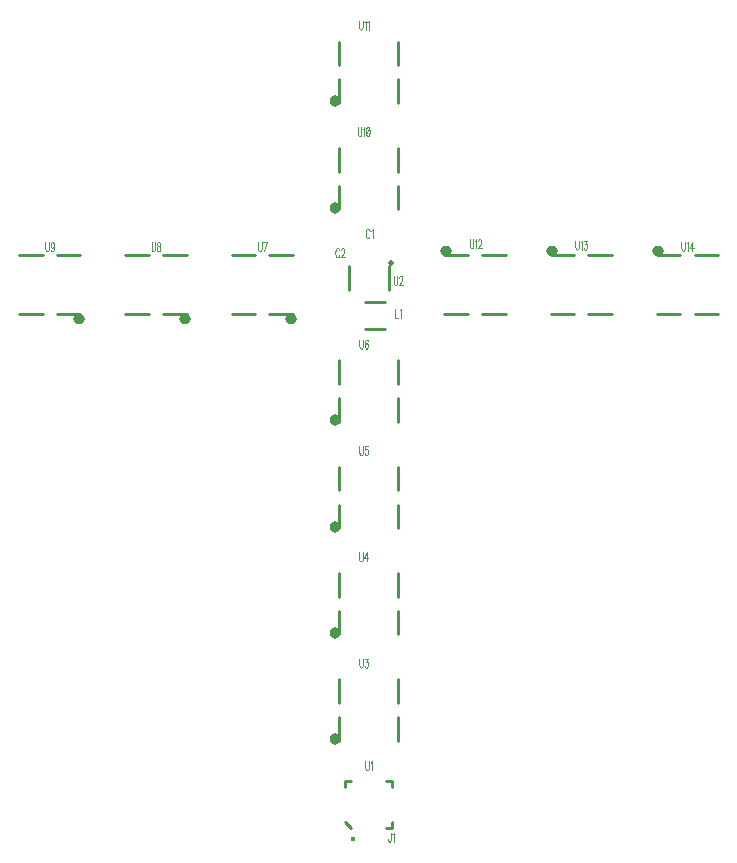
<source format=gto>
G04 DipTrace 2.4.0.2*
%INcross.gto*%
%MOMM*%
%ADD10C,0.25*%
%ADD25O,0.437X0.4*%
%ADD30O,0.5X0.5*%
%ADD33O,0.925X0.975*%
%ADD35O,0.975X0.925*%
%ADD55C,0.118*%
%FSLAX53Y53*%
G04*
G71*
G90*
G75*
G01*
%LNTopSilk*%
%LPD*%
X42422Y57288D2*
D10*
X40722D1*
X42422Y59588D2*
X40722D1*
D25*
X39653Y14091D3*
X39508Y15008D2*
D10*
X39008Y15508D1*
Y18508D2*
Y19008D1*
X39508D1*
X42508D2*
X43008D1*
Y18508D1*
X42508Y15008D2*
X43008D1*
Y15508D1*
X42767Y60596D2*
Y62596D1*
X39367Y60596D2*
Y62596D1*
D30*
X42942Y62846D3*
X38508Y27608D2*
D10*
Y25608D1*
X43508Y27608D2*
Y25608D1*
Y24408D2*
Y22408D1*
X38508Y24408D2*
Y22408D1*
D33*
X38146Y22545D3*
X38508Y36608D2*
D10*
Y34608D1*
X43508Y36608D2*
Y34608D1*
Y33408D2*
Y31408D1*
X38508Y33408D2*
Y31408D1*
D33*
X38146Y31545D3*
X38508Y45608D2*
D10*
Y43608D1*
X43508Y45608D2*
Y43608D1*
Y42408D2*
Y40408D1*
X38508Y42408D2*
Y40408D1*
D33*
X38146Y40545D3*
X38508Y54608D2*
D10*
Y52608D1*
X43508Y54608D2*
Y52608D1*
Y51408D2*
Y49408D1*
X38508Y51408D2*
Y49408D1*
D33*
X38146Y49545D3*
X29408Y58508D2*
D10*
X31408D1*
X29408Y63508D2*
X31408D1*
X32608D2*
X34608D1*
X32608Y58508D2*
X34608D1*
D35*
X34471Y58146D3*
X20408Y58508D2*
D10*
X22408D1*
X20408Y63508D2*
X22408D1*
X23608D2*
X25608D1*
X23608Y58508D2*
X25608D1*
D35*
X25471Y58146D3*
X11408Y58508D2*
D10*
X13408D1*
X11408Y63508D2*
X13408D1*
X14608D2*
X16608D1*
X14608Y58508D2*
X16608D1*
D35*
X16471Y58146D3*
X38508Y72608D2*
D10*
Y70608D1*
X43508Y72608D2*
Y70608D1*
Y69408D2*
Y67408D1*
X38508Y69408D2*
Y67408D1*
D33*
X38146Y67545D3*
X38508Y81608D2*
D10*
Y79608D1*
X43508Y81608D2*
Y79608D1*
Y78408D2*
Y76408D1*
X38508Y78408D2*
Y76408D1*
D33*
X38146Y76545D3*
X52608Y63508D2*
D10*
X50608D1*
X52608Y58508D2*
X50608D1*
X49408D2*
X47408D1*
X49408Y63508D2*
X47408D1*
D35*
X47545Y63870D3*
X61608Y63508D2*
D10*
X59608D1*
X61608Y58508D2*
X59608D1*
X58408D2*
X56408D1*
X58408Y63508D2*
X56408D1*
D35*
X56545Y63870D3*
X70608Y63508D2*
D10*
X68608D1*
X70608Y58508D2*
X68608D1*
X67408D2*
X65408D1*
X67408Y63508D2*
X65408D1*
D35*
X65545Y63870D3*
X41086Y65565D2*
D55*
X41064Y65638D1*
X41020Y65711D1*
X40976Y65747D1*
X40889D1*
X40845Y65711D1*
X40802Y65638D1*
X40779Y65565D1*
X40758Y65456D1*
Y65273D1*
X40779Y65164D1*
X40802Y65091D1*
X40845Y65019D1*
X40889Y64982D1*
X40976D1*
X41020Y65019D1*
X41064Y65091D1*
X41086Y65164D1*
X41227Y65601D2*
X41271Y65638D1*
X41336Y65746D1*
Y64982D1*
X38525Y63942D2*
X38504Y64015D1*
X38460Y64088D1*
X38416Y64124D1*
X38329D1*
X38285Y64088D1*
X38241Y64015D1*
X38219Y63942D1*
X38197Y63833D1*
Y63650D1*
X38219Y63541D1*
X38241Y63468D1*
X38285Y63396D1*
X38329Y63359D1*
X38416D1*
X38460Y63396D1*
X38504Y63468D1*
X38525Y63541D1*
X38689Y63942D2*
Y63978D1*
X38711Y64051D1*
X38732Y64087D1*
X38776Y64123D1*
X38864D1*
X38907Y64087D1*
X38929Y64051D1*
X38951Y63978D1*
Y63905D1*
X38929Y63832D1*
X38885Y63723D1*
X38667Y63359D1*
X38973D1*
X42868Y14627D2*
Y14044D1*
X42846Y13935D1*
X42824Y13899D1*
X42780Y13862D1*
X42736D1*
X42693Y13899D1*
X42671Y13935D1*
X42649Y14044D1*
Y14117D1*
X43009Y14481D2*
X43053Y14518D1*
X43118Y14626D1*
Y13862D1*
X43230Y58996D2*
Y58230D1*
X43492D1*
X43634Y58849D2*
X43678Y58886D1*
X43743Y58995D1*
Y58230D1*
X40729Y20674D2*
Y20127D1*
X40751Y20018D1*
X40795Y19945D1*
X40861Y19908D1*
X40904D1*
X40970Y19945D1*
X41014Y20018D1*
X41036Y20127D1*
Y20674D1*
X41177Y20527D2*
X41221Y20564D1*
X41287Y20673D1*
Y19908D1*
X43128Y61778D2*
Y61231D1*
X43150Y61122D1*
X43194Y61049D1*
X43259Y61012D1*
X43303D1*
X43369Y61049D1*
X43413Y61122D1*
X43434Y61231D1*
Y61778D1*
X43598Y61595D2*
Y61632D1*
X43619Y61705D1*
X43641Y61741D1*
X43685Y61777D1*
X43773D1*
X43816Y61741D1*
X43838Y61705D1*
X43860Y61632D1*
Y61559D1*
X43838Y61486D1*
X43794Y61377D1*
X43575Y61012D1*
X43882D1*
X40219Y29374D2*
Y28827D1*
X40240Y28718D1*
X40284Y28645D1*
X40350Y28608D1*
X40394D1*
X40459Y28645D1*
X40503Y28718D1*
X40525Y28827D1*
Y29374D1*
X40710Y29373D2*
X40950D1*
X40819Y29082D1*
X40885D1*
X40928Y29045D1*
X40950Y29009D1*
X40972Y28900D1*
Y28827D1*
X40950Y28718D1*
X40907Y28644D1*
X40841Y28608D1*
X40775D1*
X40710Y28644D1*
X40688Y28682D1*
X40666Y28754D1*
X40208Y38374D2*
Y37827D1*
X40230Y37718D1*
X40273Y37645D1*
X40339Y37608D1*
X40383D1*
X40448Y37645D1*
X40492Y37718D1*
X40514Y37827D1*
Y38374D1*
X40874Y37608D2*
Y38373D1*
X40655Y37863D1*
X40983D1*
X40219Y47374D2*
Y46827D1*
X40240Y46718D1*
X40284Y46645D1*
X40350Y46608D1*
X40394D1*
X40459Y46645D1*
X40503Y46718D1*
X40525Y46827D1*
Y47374D1*
X40928Y47373D2*
X40710D1*
X40688Y47045D1*
X40710Y47082D1*
X40776Y47119D1*
X40841D1*
X40907Y47082D1*
X40951Y47009D1*
X40972Y46900D1*
Y46827D1*
X40951Y46718D1*
X40907Y46644D1*
X40841Y46608D1*
X40776D1*
X40710Y46644D1*
X40688Y46682D1*
X40666Y46754D1*
X40230Y56374D2*
Y55827D1*
X40251Y55718D1*
X40295Y55645D1*
X40361Y55608D1*
X40405D1*
X40470Y55645D1*
X40514Y55718D1*
X40536Y55827D1*
Y56374D1*
X40940Y56264D2*
X40918Y56337D1*
X40852Y56373D1*
X40809D1*
X40743Y56337D1*
X40699Y56227D1*
X40677Y56045D1*
Y55863D1*
X40699Y55718D1*
X40743Y55644D1*
X40809Y55608D1*
X40830D1*
X40896Y55644D1*
X40940Y55718D1*
X40961Y55827D1*
Y55863D1*
X40940Y55973D1*
X40896Y56045D1*
X40830Y56082D1*
X40809D1*
X40743Y56045D1*
X40699Y55973D1*
X40677Y55863D1*
X31631Y64624D2*
Y64077D1*
X31653Y63968D1*
X31697Y63895D1*
X31763Y63858D1*
X31806D1*
X31872Y63895D1*
X31916Y63968D1*
X31937Y64077D1*
Y64624D1*
X32166Y63858D2*
X32385Y64623D1*
X32079D1*
X22631Y64624D2*
Y64077D1*
X22653Y63968D1*
X22697Y63895D1*
X22763Y63858D1*
X22806D1*
X22872Y63895D1*
X22916Y63968D1*
X22938Y64077D1*
Y64624D1*
X23188Y64623D2*
X23123Y64587D1*
X23101Y64514D1*
Y64441D1*
X23123Y64369D1*
X23166Y64332D1*
X23254Y64295D1*
X23319Y64259D1*
X23363Y64186D1*
X23385Y64113D1*
Y64004D1*
X23363Y63932D1*
X23341Y63894D1*
X23275Y63858D1*
X23188D1*
X23123Y63894D1*
X23101Y63932D1*
X23079Y64004D1*
Y64113D1*
X23101Y64186D1*
X23145Y64259D1*
X23210Y64295D1*
X23297Y64332D1*
X23341Y64369D1*
X23363Y64441D1*
Y64514D1*
X23341Y64587D1*
X23275Y64623D1*
X23188D1*
X13642Y64624D2*
Y64077D1*
X13664Y63968D1*
X13708Y63895D1*
X13773Y63858D1*
X13817D1*
X13883Y63895D1*
X13927Y63968D1*
X13948Y64077D1*
Y64624D1*
X14374Y64369D2*
X14352Y64259D1*
X14308Y64186D1*
X14243Y64150D1*
X14221D1*
X14155Y64186D1*
X14112Y64259D1*
X14089Y64369D1*
Y64405D1*
X14112Y64514D1*
X14155Y64587D1*
X14221Y64623D1*
X14243D1*
X14308Y64587D1*
X14352Y64514D1*
X14374Y64369D1*
Y64186D1*
X14352Y64004D1*
X14308Y63894D1*
X14243Y63858D1*
X14199D1*
X14133Y63894D1*
X14112Y63968D1*
X40093Y74374D2*
Y73827D1*
X40115Y73718D1*
X40159Y73645D1*
X40225Y73608D1*
X40268D1*
X40334Y73645D1*
X40378Y73718D1*
X40399Y73827D1*
Y74374D1*
X40541Y74227D2*
X40585Y74264D1*
X40650Y74373D1*
Y73608D1*
X40923Y74373D2*
X40857Y74337D1*
X40813Y74227D1*
X40792Y74045D1*
Y73936D1*
X40813Y73754D1*
X40857Y73644D1*
X40923Y73608D1*
X40966D1*
X41032Y73644D1*
X41076Y73754D1*
X41098Y73936D1*
Y74045D1*
X41076Y74227D1*
X41032Y74337D1*
X40966Y74373D1*
X40923D1*
X41076Y74227D2*
X40813Y73754D1*
X40192Y83374D2*
Y82827D1*
X40213Y82718D1*
X40257Y82645D1*
X40323Y82608D1*
X40366D1*
X40432Y82645D1*
X40476Y82718D1*
X40498Y82827D1*
Y83374D1*
X40639Y83227D2*
X40683Y83264D1*
X40749Y83373D1*
Y82608D1*
X40890Y83227D2*
X40934Y83264D1*
X40999Y83373D1*
Y82608D1*
X49568Y64885D2*
Y64339D1*
X49590Y64229D1*
X49634Y64157D1*
X49700Y64120D1*
X49743D1*
X49809Y64157D1*
X49853Y64229D1*
X49875Y64339D1*
Y64885D1*
X50016Y64739D2*
X50060Y64776D1*
X50125Y64885D1*
Y64120D1*
X50289Y64703D2*
Y64739D1*
X50311Y64812D1*
X50332Y64848D1*
X50376Y64885D1*
X50464D1*
X50507Y64848D1*
X50529Y64812D1*
X50551Y64739D1*
Y64666D1*
X50529Y64593D1*
X50485Y64484D1*
X50267Y64120D1*
X50573D1*
X58506Y64760D2*
Y64213D1*
X58527Y64104D1*
X58571Y64032D1*
X58637Y63994D1*
X58681D1*
X58746Y64032D1*
X58790Y64104D1*
X58812Y64213D1*
Y64760D1*
X58953Y64614D2*
X58997Y64651D1*
X59063Y64759D1*
Y63994D1*
X59248Y64759D2*
X59488D1*
X59357Y64468D1*
X59423D1*
X59466Y64432D1*
X59488Y64395D1*
X59510Y64286D1*
Y64213D1*
X59488Y64104D1*
X59445Y64031D1*
X59379Y63994D1*
X59313D1*
X59248Y64031D1*
X59226Y64068D1*
X59204Y64140D1*
X67495Y64673D2*
Y64126D1*
X67517Y64016D1*
X67561Y63944D1*
X67626Y63907D1*
X67670D1*
X67735Y63944D1*
X67779Y64016D1*
X67801Y64126D1*
Y64673D1*
X67942Y64526D2*
X67986Y64563D1*
X68052Y64672D1*
Y63907D1*
X68412D2*
Y64672D1*
X68193Y64162D1*
X68521D1*
M02*

</source>
